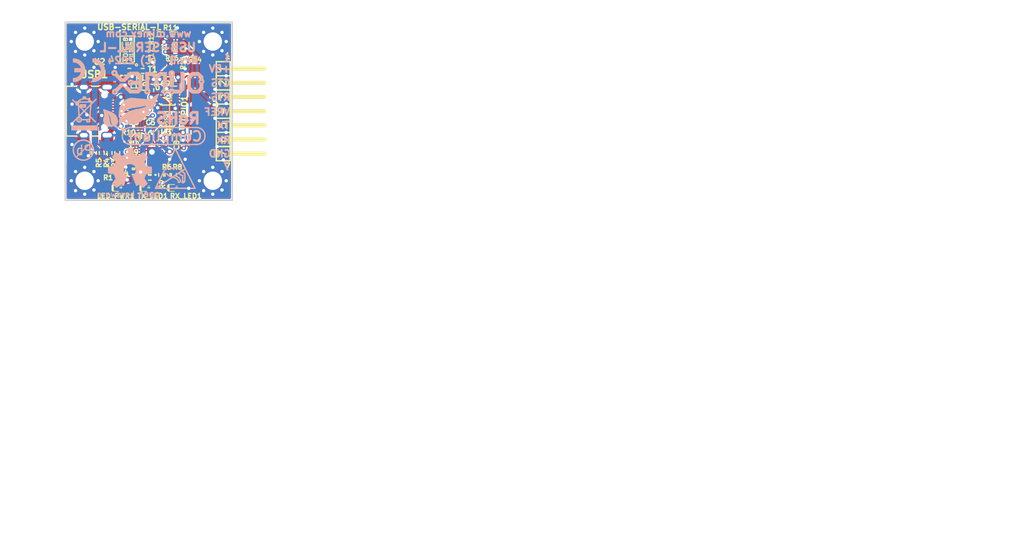
<source format=kicad_pcb>
(kicad_pcb (version 20221018) (generator pcbnew)
  (title_block (title "USB-SERIAL-L") (date "2024-02-21") (rev "B") (company "OLIMEX LTD.") (comment 1 "www.olimex.com"))
  (layers (0 "F.Cu" signal) (31 "B.Cu" signal) (34 "B.Paste" user) (35 "F.Paste" user) (36 "B.SilkS" user "B.Silkscreen") (37 "F.SilkS" user "F.Silkscreen") (38 "B.Mask" user) (39 "F.Mask" user) (44 "Edge.Cuts" user))
  (net 0 "")
  (net 1 "GND")
  (net 2 "Net-(T1-C)")
  (net 3 "/CTS")
  (net 4 "/RTS")
  (net 5 "/VREF")
  (net 6 "/TX")
  (net 7 "/RX")
  (net 8 "+3.3V")
  (net 9 "+5V_USB")
  (net 10 "Net-(U5-VBUS)")
  (net 11 "Net-(TX_LED1-K)")
  (net 12 "/TX_LED")
  (net 13 "Net-(RX_LED1-K)")
  (net 14 "/RX_LED")
  (net 15 "Net-(U1-VBUS)")
  (net 19 "Net-(U1-~{RST})")
  (net 20 "Net-(LED_PWR1-K)")
  (net 21 "Net-(U1-CLK{slash}GPIO0)")
  (net 22 "Net-(U1-RS485{slash}GPIO1)")
  (net 23 "Net-(USB1-CC2)")
  (net 24 "Net-(USB1-CC1)")
  (net 25 "Net-(U2-+IN)")
  (net 26 "Net-(U2--IN)")
  (net 27 "Net-(U2-VOUT)")
  (net 28 "Net-(T1-B)")
  (net 29 "/D+")
  (net 30 "/D-")
  (net 34 "/CTS_3V3")
  (net 35 "/RTS_3V3")
  (net 36 "/RX_3V3")
  (net 37 "/TX_3V3")
  (footprint "OLIMEX_RLC-FP:R_0402_5MIL_DWS" (layer "F.Cu") (at 109.347 111.506 90)
    (fp_text reference "R2")
    (fp_text value "2.2k/R0402")
  )
  (footprint "OLIMEX_IC-FP:SOIC-8_150mil" (layer "F.Cu") (at 111.125 92.964 90)
    (fp_text reference "U2")
    (fp_text value "MCP6041-I/SN")
  )
  (footprint "OLIMEX_Diodes-FP:SOT-666" (layer "F.Cu") (at 112.014 104.14 180)
    (fp_text reference "U5")
    (fp_text value "USBLC6-2P6")
  )
  (footprint "OLIMEX_Connectors-FP:HN1x7(SMD)_H-WX-1x7-LF" (layer "F.Cu") (at 124 104 -90)
    (fp_text reference "GPIO1")
    (fp_text value "HN1x7(SMD)_H-WX-1x7-LF")
  )
  (footprint "OLIMEX_RLC-FP:C_0402_5MIL_DWS" (layer "F.Cu") (at 119.761 99.06 180)
    (fp_text reference "C9")
    (fp_text value "100nF/10V/20%/X5R/C0402")
  )
  (footprint "OLIMEX_RLC-FP:R_0603_5MIL_DWS" (layer "F.Cu") (at 118.872 92.456 -90)
    (fp_text reference "R16")
    (fp_text value "22K/R0603")
  )
  (footprint "OLIMEX_Other-FP:Mounting_hole_Shield_3.3mm" (layer "F.Cu") (at 103.5 116.5)
    (fp_text reference "Mount-Hole-3.3mm1" hide)
    (fp_text value "Mounting_hole_Shield_3.3mm" hide)
  )
  (footprint "OLIMEX_RLC-FP:R_0402_5MIL_DWS" (layer "F.Cu") (at 119.253 90.17 180)
    (fp_text reference "R11")
    (fp_text value "1k/R0402")
  )
  (footprint "OLIMEX_RLC-FP:R_0402_5MIL_DWS" (layer "F.Cu") (at 106.553 111.506 90)
    (fp_text reference "R4")
    (fp_text value "5.1k/1%/R0402")
  )
  (footprint "OLIMEX_IC-FP:QFN-20-1EP_3x3mm_P0.5mm_EP1.8x1.8mm" (layer "F.Cu") (at 115.574 111.328 -90)
    (fp_text reference "U1")
    (fp_text value "CP2102N-QFN20")
  )
  (footprint "OLIMEX_IC-FP:VSSOP-8_Pitch-0.50mm_Pad-0.25mm_Dimensions-2.30x2.00x1.00mm" (layer "F.Cu") (at 118.515 105.41 90)
    (fp_text reference "U3")
    (fp_text value "SN74AXC2T45DCUR")
  )
  (footprint "OLIMEX_LEDs-FP:LED_0603_KA" (layer "F.Cu") (at 110 117.75)
    (fp_text reference "LED_PWR1")
    (fp_text value "LED/YELLOW/0603")
  )
  (footprint "OLIMEX_Other-FP:Fiducial1x3_Paste" (layer "F.Cu") (at 121.92 115.57)
    (fp_text reference "FID3" hide)
    (fp_text value "Fiducial" hide)
  )
  (footprint "OLIMEX_IC-FP:VSSOP-8_Pitch-0.50mm_Pad-0.25mm_Dimensions-2.30x2.00x1.00mm" (layer "F.Cu") (at 118.515 101.6 -90)
    (fp_text reference "U4")
    (fp_text value "SN74AXC2T45DCUR")
  )
  (footprint "OLIMEX_Other-FP:Mounting_hole_Shield_3.3mm" (layer "F.Cu") (at 126.5 91.5)
    (fp_text reference "Mount-Hole-3.3mm3" hide)
    (fp_text value "Mounting_hole_Shield_3.3mm" hide)
  )
  (footprint "OLIMEX_RLC-FP:R_0402_5MIL_DWS" (layer "F.Cu") (at 118.364 115.443 -90)
    (fp_text reference "R6")
    (fp_text value "10k/1%/R0402")
  )
  (footprint "OLIMEX_RLC-FP:C_0402_5MIL_DWS" (layer "F.Cu") (at 115.316 107.315 180)
    (fp_text reference "C5")
    (fp_text value "100nF/10V/20%/X5R/C0402")
  )
  (footprint "OLIMEX_RLC-FP:R_0603_5MIL_DWS" (layer "F.Cu") (at 120.777 92.583 90)
    (fp_text reference "R15")
    (fp_text value "300R/R0603/5%")
  )
  (footprint "OLIMEX_RLC-FP:R_0402_5MIL_DWS" (layer "F.Cu") (at 111.76 110.109 180)
    (fp_text reference "R9")
    (fp_text value "10k/R0402")
  )
  (footprint "OLIMEX_RLC-FP:R_0402_5MIL_DWS" (layer "F.Cu") (at 109.474 115.951)
    (fp_text reference "R1")
    (fp_text value "2.2k/R0402")
  )
  (footprint "OLIMEX_RLC-FP:R_0603_5MIL_DWS" (layer "F.Cu") (at 122.301 92.583 90)
    (fp_text reference "R14")
    (fp_text value "300R/R0603/5%")
  )
  (footprint "OLIMEX_Other-FP:Mounting_hole_Shield_3.3mm" (layer "F.Cu") (at 126.5 116.5)
    (fp_text reference "Mount-Hole-3.3mm2" hide)
    (fp_text value "Mounting_hole_Shield_3.3mm" hide)
  )
  (footprint "OLIMEX_RLC-FP:C_0402_5MIL_DWS" (layer "F.Cu") (at 120.015 108.204 -90)
    (fp_text reference "C8")
    (fp_text value "100nF/10V/20%/X5R/C0402")
  )
  (footprint "OLIMEX_RLC-FP:R_0603_5MIL_DWS" (layer "F.Cu") (at 116.713 92.456 -90)
    (fp_text reference "R17")
    (fp_text value "NA(22K/R0603)")
  )
  (footprint "OLIMEX_RLC-FP:C_0402_5MIL_DWS" (layer "F.Cu") (at 115.443 100.203 90)
    (fp_text reference "C6")
    (fp_text value "100nF/10V/20%/X5R/C0402")
  )
  (footprint "OLIMEX_RLC-FP:C_0402_5MIL_DWS" (layer "F.Cu") (at 115.189 115.951)
    (fp_text reference "C1")
    (fp_text value "4.7uF/X5R/20%/10V/C0402")
  )
  (footprint "OLIMEX_RLC-FP:C_0402_5MIL_DWS" (layer "F.Cu") (at 111.506 96.774)
    (fp_text reference "C7")
    (fp_text value "100nF/10V/20%/X5R/C0402")
  )
  (footprint "OLIMEX_Other-FP:Mounting_hole_Shield_3.3mm" (layer "F.Cu") (at 103.5 91.5)
    (fp_text reference "Mount-Hole-3.3mm4" hide)
    (fp_text value "Mounting_hole_Shield_3.3mm" hide)
  )
  (footprint "OLIMEX_RLC-FP:R_0402_5MIL_DWS" (layer "F.Cu") (at 113.919 96.774)
    (fp_text reference "R13")
    (fp_text value "1k/R0402")
  )
  (footprint "OLIMEX_RLC-FP:R_0402_5MIL_DWS" (layer "F.Cu") (at 119.507 115.443 -90)
    (fp_text reference "R8")
    (fp_text value "1k/R0402")
  )
  (footprint "OLIMEX_RLC-FP:C_0402_5MIL_DWS" (layer "F.Cu") (at 112.268 114.935 180)
    (fp_text reference "C4")
    (fp_text value "100nF/10V/20%/X5R/C0402")
  )
  (footprint "OLIMEX_Other-FP:Fiducial1x3" (layer "F.Cu") (at 122.174 89.662)
    (fp_text reference "FID2" hide)
    (fp_text value "Fiducial" hide)
  )
  (footprint "OLIMEX_Connectors-FP:USB2.0_TYPE-C(A40-00119-A52-12)_Paste" (layer "F.Cu") (at 104.5 104 180)
    (fp_text reference "USB1")
    (fp_text value "USB-C-16P-F(A40-00119-A52-12)")
  )
  (footprint "OLIMEX_Other-FP:Fiducial1x3_Paste" (layer "F.Cu") (at 101.6 95.758)
    (fp_text reference "FID4" hide)
    (fp_text value "Fiducial" hide)
  )
  (footprint "OLIMEX_RLC-FP:R_0402_5MIL_DWS" (layer "F.Cu") (at 105.156 111.506 90)
    (fp_text reference "R5")
    (fp_text value "5.1k/1%/R0402")
  )
  (footprint "OLIMEX_LEDs-FP:LED_0603_KA" (layer "F.Cu") (at 115 117.75)
    (fp_text reference "TX_LED1")
    (fp_text value "LED/GREEN/0603")
  )
  (footprint "OLIMEX_RLC-FP:C_0402_5MIL_DWS" (layer "F.Cu") (at 115.189 114.935)
    (fp_text reference "C2")
    (fp_text value "100nF/10V/20%/X5R/C0402")
  )
  (footprint "OLIMEX_RLC-FP:R_0402_5MIL_DWS" (layer "F.Cu") (at 117.221 115.443 -90)
    (fp_text reference "R7")
    (fp_text value "4.7K/1%/R0402")
  )
  (footprint "OLIMEX_RLC-FP:C_0402_5MIL_DWS" (layer "F.Cu") (at 112.268 113.792 180)
    (fp_text reference "C3")
    (fp_text value "4.7uF/X5R/20%/10V/C0402")
  )
  (footprint "OLIMEX_LEDs-FP:LED_0603_KA" (layer "F.Cu") (at 120 117.75)
    (fp_text reference "RX_LED1")
    (fp_text value "LED/RED/0603")
  )
  (footprint "OLIMEX_RLC-FP:R_0402_5MIL_DWS" (layer "F.Cu") (at 111.76 108.966 180)
    (fp_text reference "R10")
    (fp_text value "10k/R0402")
  )
  (footprint "OLIMEX_Transistors-FP:SOT23" (layer "F.Cu") (at 118.491 96.393 180)
    (fp_text reference "T1")
    (fp_text value "BC807-40/PNP/SOT23 ")
  )
  (footprint "OLIMEX_RLC-FP:R_0402_5MIL_DWS" (layer "F.Cu") (at 107.95 111.506 90)
    (fp_text reference "R3")
    (fp_text value "2.2k/R0402")
  )
  (footprint "OLIMEX_RLC-FP:L_0805_5MIL_DWS" (layer "F.Cu") (at 112.395 101.219)
    (fp_text reference "L1")
    (fp_text value " IND/600OHM/2A/UPZ2012E-601-2R0TF/L0805")
  )
  (footprint "OLIMEX_RLC-FP:R_0402_5MIL_DWS" (layer "F.Cu") (at 116.967 90.17 180)
    (fp_text reference "R12")
    (fp_text value "1k/R0402")
  )
  (footprint "OLIMEX_Other-FP:Fiducial1x3" (layer "F.Cu") (at 101.6 112.141)
    (fp_text reference "FID1" hide)
    (fp_text value "Fiducial" hide)
  )
  (footprint "OLIMEX_Signs-FP:Logo_OLIMEX_TB" (layer "B.Cu") (at 116.459 98.806 180)
    (fp_text reference "Logo_OLIMEX_TB-Bottom" hide)
    (fp_text value "Logo_OLIMEX_TB" hide)
  )
  (footprint "OLIMEX_Signs-FP:Sign_Antistatic" (layer "B.Cu") (at 123.317 117.856 180)
    (fp_text reference "Sign_Antistatic" hide)
    (fp_text value "Sign_Antistatic" hide)
  )
  (footprint "OLIMEX_Signs-FP:Sign_OSHW_8x8" (layer "B.Cu") (at 111.633 114.681 180)
    (fp_text reference "Sign_OSHW_8x8" hide)
    (fp_text value "Sign_OSHW_8x8" hide)
  )
  (footprint "OLIMEX_Signs-FP:Sign_PB-Free" (layer "B.Cu") (at 103.4542 110.68304)
    (fp_text reference "Sign_PB-Free" hide)
    (fp_text value "Sign_PB-Free")
  )
  (footprint "OLIMEX_Signs-FP:Sign_RecycleBin_1" (layer "B.Cu") (at 105.791 107.442 180)
    (fp_text reference "Sign_RecycleBin" hide)
    (fp_text value "Sign_RecycleBin" hide)
  )
  (footprint "OLIMEX_Signs-FP:Sign_RoHS_1" (layer "B.Cu") (at 124.079 109.347 180)
    (fp_text reference "Sign_RoHS" hide)
    (fp_text value "Sign_RoHS" hide)
  )
  (footprint "OLIMEX_Signs-FP:CE_Sign" (layer "B.Cu") (at 103.251 96.647 180)
    (fp_text reference "Sign_CE" hide)
    (fp_text value "CE_Sign" hide)
  )
  (gr_line (start 130 88) (end 100 88) (stroke (width 0.254)) (layer "Edge.Cuts"))
  (gr_line (start 100 88) (end 100 120) (stroke (width 0.254)) (layer "Edge.Cuts"))
  (gr_line (start 130 88) (end 130 120) (stroke (width 0.254)) (layer "Edge.Cuts"))
  (gr_line (start 130 120) (end 100 120) (stroke (width 0.254)) (layer "Edge.Cuts"))
  (gr_text "USB-SERIAL-L" (at 114.8588 92.5576) (layer "B.SilkS") (effects (font (size 1.524 1.524) (thickness 0.381) bold) (justify mirror)))
  (gr_text "www.olimex.com" (at 114.935 90.043) (layer "B.SilkS") (effects (font (size 1.27 1.27) (thickness 0.3175) bold) (justify mirror)))
  (gr_text "Rev.B" (at 121.285 94.869) (layer "B.SilkS") (effects (font (size 1.27 1.27) (thickness 0.3175) bold) (justify mirror)))
  (gr_text "(C) 2024" (at 112.014 94.869) (layer "B.SilkS") (effects (font (size 1.27 1.27) (thickness 0.3175) bold) (justify mirror)))
  (gr_text "RTS" (at 127.889 101.473) (layer "B.SilkS") (effects (font (size 1.27 1.27) (thickness 0.3048) bold) (justify mirror)))
  (gr_text "1" (at 129.032 94.488) (layer "B.SilkS") (effects (font (size 1.27 1.27) (thickness 0.3048) bold) (justify mirror)))
  (gr_text "7" (at 129.032 113.919) (layer "B.SilkS") (effects (font (size 1.27 1.27) (thickness 0.3048) bold) (justify mirror)))
  (gr_text "RX" (at 128.397 109.22) (layer "B.SilkS") (effects (font (size 1.27 1.27) (thickness 0.3048) bold) (justify mirror)))
  (gr_text "TX" (at 128.397 106.553) (layer "B.SilkS") (effects (font (size 1.27 1.27) (thickness 0.3048) bold) (justify mirror)))
  (gr_text "CTS" (at 127.889 98.933) (layer "B.SilkS") (effects (font (size 1.27 1.27) (thickness 0.3048) bold) (justify mirror)))
  (gr_text "GND" (at 127.762 111.633) (layer "B.SilkS") (effects (font (size 1.27 1.27) (thickness 0.3048) bold) (justify mirror)))
  (gr_text "VREF" (at 127.254 104.14) (layer "B.SilkS") (effects (font (size 1.27 1.27) (thickness 0.3048) bold) (justify mirror)))
  (gr_text "+5V" (at 127.762 96.393) (layer "B.SilkS") (effects (font (size 1.27 1.27) (thickness 0.3048) bold) (justify mirror)))
  (gr_text "1" (at 129.159 94.107) (layer "F.SilkS") (effects (font (size 1.016 1.016) (thickness 0.254) bold)))
  (gr_text "7" (at 129.159 113.919) (layer "F.SilkS") (effects (font (size 1.016 1.016) (thickness 0.254) bold)))
  (gr_text "USB-SERIAL-L" (at 111.506 88.9) (layer "F.SilkS") (effects (font (size 1.016 1.016) (thickness 0.254) bold)))
  (segment (start 108.168 100.675) (end 107.53 100.037) (width 0.4064) (layer "F.Cu") (net 1))
  (segment (start 123.893 91.694) (end 122.301 91.694) (width 1.016) (layer "F.Cu") (net 1))
  (segment (start 115.574 111.328) (end 115.324 111.078) (width 0.254) (layer "F.Cu") (net 1))
  (segment (start 111.125 108.966) (end 110.617 109.474) (width 0.4064) (layer "F.Cu") (net 1))
  (segment (start 110.617 109.601) (end 111.125 110.109) (width 0.4064) (layer "F.Cu") (net 1))
  (segment (start 119.126 103.124) (end 119.507 103.505) (width 0.254) (layer "F.Cu") (net 1))
  (segment (start 124 111.62) (end 122.4912 111.62) (width 0.254) (layer "F.Cu") (net 1))
  (segment (start 111.506 114.046) (end 110.871 114.046) (width 0.762) (layer "F.Cu") (net 1))
  (segment (start 119.773 104.66) (end 120.015 104.66) (width 0.254) (layer "F.Cu") (net 1))
  (segment (start 115.443 99.695) (end 115.189 99.695) (width 0.4064) (layer "F.Cu") (net 1))
  (segment (start 118.999 99.06) (end 118.237 99.822) (width 0.508) (layer "F.Cu") (net 1))
  (segment (start 119.888 88.773) (end 120.142 89.027) (width 0.508) (layer "F.Cu") (net 1))
  (segment (start 122.3645 111.8235) (end 122.428 111.887) (width 1.016) (layer "F.Cu") (net 1))
  (segment (start 116.8065 102.35) (end 117.015 102.35) (width 0.254) (layer "F.Cu") (net 1))
  (segment (start 115.189 99.695) (end 114.681 100.203) (width 0.4064) (layer "F.Cu") (net 1))
  (segment (start 117.983 99.695) (end 118.237 99.949) (width 0.508) (layer "F.Cu") (net 1))
  (segment (start 115.324 111.078) (end 113.999 111.078) (width 0.254) (layer "F.Cu") (net 1))
  (segment (start 108.194 107.325) (end 107.53 107.989) (width 0.4064) (layer "F.Cu") (net 1))
  (segment (start 119.761 103.505) (end 119.634 103.632) (width 0.254) (layer "F.Cu") (net 1))
  (segment (start 113.919 89.535) (end 114.681 88.773) (width 0.508) (layer "F.Cu") (net 1))
  (segment (start 120.384 104.66) (end 120.777 104.267) (width 0.254) (layer "F.Cu") (net 1))
  (segment (start 122.2756 110.5154) (end 121.158 109.3978) (width 0.254) (layer "F.Cu") (net 1))
  (segment (start 111.76 113.792) (end 111.506 114.046) (width 0.508) (layer "F.Cu") (net 1))
  (segment (start 115.316 106.172) (end 114.808 106.68) (width 0.508) (layer "F.Cu") (net 1))
  (segment (start 122.2756 111.4044) (end 122.2756 110.5154) (width 0.254) (layer "F.Cu") (net 1))
  (segment (start 114.046 104.14) (end 112.824 104.14) (width 0.254) (layer "F.Cu") (net 1))
  (segment (start 122.568 111.62) (end 124 111.62) (width 1.016) (layer "F.Cu") (net 1))
  (segment (start 114.808 106.68) (end 114.808 107.315) (width 0.508) (layer "F.Cu") (net 1))
  (segment (start 119.126 102.35) (end 119.126 101.092) (width 0.254) (layer "F.Cu") (net 1))
  (segment (start 112.014 96.774) (end 112.014 97.79) (width 0.508) (layer "F.Cu") (net 1))
  (segment (start 117.4115 116.9035) (end 117.5385 116.9035) (width 0.4064) (layer "F.Cu") (net 1))
  (segment (start 106.4054 119.4054) (end 120.6246 119.4054) (width 0.254) (layer "F.Cu") (net 1))
  (segment (start 116.205 115.443) (end 115.697 114.935) (width 0.4064) (layer "F.Cu") (net 1))
  (segment (start 108.432 107.075) (end 108.692 107.335) (width 0.3048) (layer "F.Cu") (net 1))
  (segment (start 119.634 103.632) (end 119.634 104.521) (width 0.254) (layer "F.Cu") (net 1))
  (segment (start 118.237 99.822) (end 118.237 99.949) (width 0.508) (layer "F.Cu") (net 1))
  (segment (start 108.432 107.325) (end 108.194 107.325) (width 0.3048) (layer "F.Cu") (net 1))
  (segment (start 108.70475 100.65225) (end 107.7325 99.68) (width 0.4064) (layer "F.Cu") (net 1))
  (segment (start 111.125 110.109) (end 111.252 110.109) (width 0.4064) (layer "F.Cu") (net 1))
  (segment (start 119.761 103.505) (end 119.634 103.378) (width 0.254) (layer "F.Cu") (net 1))
  (segment (start 110.617 109.474) (end 110.617 109.601) (width 0.4064) (layer "F.Cu") (net 1))
  (segment (start 107.2642 111.4298) (end 107.2642 110.5662) (width 0.254) (layer "F.Cu") (net 1))
  (segment (start 119.126 102.35) (end 119.126 103.124) (width 0.254) (layer "F.Cu") (net 1))
  (segment (start 106.553 112.014) (end 105.156 112.014) (width 0.508) (layer "F.Cu") (net 1))
  (segment (start 120.4214 91.3384) (end 120.4214 89.3064) (width 0.3048) (layer "F.Cu") (net 1))
  (segment (start 120.777 104.267) (end 120.777 103.759) (width 0.254) (layer "F.Cu") (net 1))
  (segment (start 120.777 91.694) (end 120.4214 91.3384) (width 0.3048) (layer "F.Cu") (net 1))
  (segment (start 115.574 111.328) (end 116.324 112.078) (width 0.254) (layer "F.Cu") (net 1))
  (segment (start 120.015 102.35) (end 119.126 102.35) (width 0.254) (layer "F.Cu") (net 1))
  (segment (start 122.428 111.887) (end 122.428 113.03) (width 1.016) (layer "F.Cu") (net 1))
  (segment (start 117.149 112.078) (end 118.174 112.078) (width 0.254) (layer "F.Cu") (net 1))
  (segment (start 117.463 102.35) (end 117.729 102.616) (width 0.254) (layer "F.Cu") (net 1))
  (segment (start 105.151 118.151) (end 106.4054 119.4054) (width 0.254) (layer "F.Cu") (net 1))
  (segment (start 120.777 91.694) (end 122.301 91.694) (width 1.016) (layer "F.Cu") (net 1))
  (segment (start 119.634 102.35) (end 120.015 102.35) (width 0.254) (layer "F.Cu") (net 1))
  (segment (start 119.507 103.505) (end 119.761 103.505) (width 0.254) (layer "F.Cu") (net 1))
  (segment (start 116.324 112.078) (end 117.149 112.078) (width 0.254) (layer "F.Cu") (net 1))
  (segment (start 112.094 111.078) (end 111.252 110.236) (width 0.254) (layer "F.Cu") (net 1))
  (segment (start 120.777 102.743) (end 120.777 103.759) (width 0.254) (layer "F.Cu") (net 1))
  (segment (start 113.625 91.059) (end 111.76 91.059) (width 0.508) (layer "F.Cu") (net 1))
  (segment (start 107.53 100.037) (end 107.53 99.68) (width 0.3048) (layer "F.Cu") (net 1))
  (segment (start 126.873 110.363) (end 125.616 111.62) (width 1.016) (layer "F.Cu") (net 1))
  (segment (start 121.158 109.22) (end 120.015 109.22) (width 0.508) (layer "F.Cu") (net 1))
  (segment (start 116.5839 103.3801) (end 116.5839 104.5189) (width 0.254) (layer "F.Cu") (net 1))
  (segment (start 117.729 104.394) (end 117.729 103.759) (width 0.254) (layer "F.Cu") (net 1))
  (segment (start 120.4214 89.3064) (end 120.142 89.027) (width 0.3048) (layer "F.Cu") (net 1))
  (segment (start 108.692 107.335) (end 107.707 108.32) (width 0.4064) (layer "F.Cu") (net 1))
  (segment (start 116.5839 103.3801) (end 116.5839 102.5726) (width 0.254) (layer "F.Cu") (net 1))
  (segment (start 116.205 115.443) (end 115.697 115.951) (width 0.4064) (layer "F.Cu") (net 1))
  (segment (start 119.634 103.378) (end 119.634 102.35) (width 0.254) (layer "F.Cu") (net 1))
  (segment (start 111.252 108.966) (end 111.125 108.966) (width 0.4064) (layer "F.Cu") (net 1))
  (segment (start 106.553 112.014) (end 106.68 112.014) (width 0.254) (layer "F.Cu") (net 1))
  (segment (start 118.364 116.078) (end 118.364 115.951) (width 0.4064) (layer "F.Cu") (net 1))
  (segment (start 121.539 112.649) (end 122.568 111.62) (width 1.016) (layer "F.Cu") (net 1))
  (segment (start 107.707 108.32) (end 107.53 108.32) (width 0.3048) (layer "F.Cu") (net 1))
  (segment (start 116.725 104.66) (end 117.015 104.66) (width 0.254) (layer "F.Cu") (net 1))
  (segment (start 117.729 102.616) (end 117.729 103.251) (width 0.254) (layer "F.Cu") (net 1))
  (segment (start 122.4912 111.62) (end 122.2756 111.4044) (width 0.254) (layer "F.Cu") (net 1))
  (segment (start 107.53 107.989) (end 107.53 108.32) (width 0.3048) (layer "F.Cu") (net 1))
  (segment (start 116.5839 104.5189) (end 116.725 104.66) (width 0.254) (layer "F.Cu") (net 1))
  (segment (start 114.681 88.773) (end 119.888 88.773) (width 0.508) (layer "F.Cu") (net 1))
  (segment (start 117.015 104.66) (end 117.463 104.66) (width 0.254) (layer "F.Cu") (net 1))
  (segment (start 117.015 102.35) (end 117.463 102.35) (width 0.254) (layer "F.Cu") (net 1))
  (segment (start 120.6246 119.4054) (end 122.174 117.856) (width 0.254) (layer "F.Cu") (net 1))
  (segment (start 118.174 112.078) (end 118.745 112.649) (width 0.254) (layer "F.Cu") (net 1))
  (segment (start 115.443 99.695) (end 117.983 99.695) (width 0.508) (layer "F.Cu") (net 1))
  (segment (start 120.015 109.22) (end 120.015 108.712) (width 0.508) (layer "F.Cu") (net 1))
  (segment (start 121.539 112.649) (end 122.3645 111.8235) (width 1.016) (layer "F.Cu") (net 1))
  (segment (start 104.14 112.014) (end 105.156 112.014) (width 0.508) (layer "F.Cu") (net 1))
  (segment (start 127.254 110.363) (end 126.873 110.363) (width 1.016) (layer "F.Cu") (net 1))
  (segment (start 108.432 100.675) (end 108.168 100.675) (width 0.3048) (layer "F.Cu") (net 1))
  (segment (start 106.68 112.014) (end 107.2642 111.4298) (width 0.254) (layer "F.Cu") (net 1))
  (segment (start 117.5385 116.9035) (end 118.364 116.078) (width 0.4064) (layer "F.Cu") (net 1))
  (segment (start 111.252 110.236) (end 111.252 110.109) (width 0.254) (layer "F.Cu") (net 1))
  (segment (start 120.015 104.66) (end 120.384 104.66) (width 0.254) (layer "F.Cu") (net 1))
  (segment (start 116.5839 102.5726) (end 116.8065 102.35) (width 0.254) (layer "F.Cu") (net 1))
  (segment (start 119.253 99.06) (end 118.999 99.06) (width 0.508) (layer "F.Cu") (net 1))
  (segment (start 120.384 102.35) (end 120.777 102.743) (width 0.254) (layer "F.Cu") (net 1))
  (segment (start 120.015 102.35) (end 120.384 102.35) (width 0.254) (layer "F.Cu") (net 1))
  (segment (start 125.616 111.62) (end 124 111.62) (width 1.016) (layer "F.Cu") (net 1))
  (segment (start 107.7325 99.68) (end 107.53 99.68) (width 0.3048) (layer "F.Cu") (net 1))
  (segment (start 124.087 91.5) (end 123.893 91.694) (width 1.016) (layer "F.Cu") (net 1))
  (segment (start 113.999 111.078) (end 112.094 111.078) (width 0.254) (layer "F.Cu") (net 1))
  (segment (start 119.634 104.521) (end 119.773 104.66) (width 0.254) (layer "F.Cu") (net 1))
  (segment (start 108.432 100.925) (end 108.70475 100.65225) (width 0.3048) (layer "F.Cu") (net 1))
  (segment (start 121.158 109.3978) (end 121.158 109.22) (width 0.254) (layer "F.Cu") (net 1))
  (segment (start 117.463 104.66) (end 117.729 104.394) (width 0.254) (layer "F.Cu") (net 1))
  (segment (start 111.76 113.792) (end 111.76 114.935) (width 0.508) (layer "F.Cu") (net 1))
  (via (at 119.761 103.505) (size 1) (drill 0.6) (layers "F.Cu" "B.Cu") (net 1))
  (via (at 116.205 115.443) (size 0.8) (drill 0.4) (layers "F.Cu" "B.Cu") (net 1))
  (via (at 126.873 100.076) (size 1) (drill 0.6) (layers "F.Cu" "B.Cu") (net 1))
  (via (at 113.919 89.535) (size 0.8) (drill 0.4) (layers "F.Cu" "B.Cu") (net 1))
  (via (at 110.617 109.474) (size 0.8) (drill 0.4) (layers "F.Cu" "B.Cu") (net 1))
  (via (at 109.855 89.535) (size 0.8) (drill 0.4) (layers "F.Cu" "B.Cu") (net 1))
  (via (at 128.397 112.776) (size 1) (drill 0.6) (layers "F.Cu" "B.Cu") (net 1))
  (via (at 112.268 106.68) (size 1) (drill 0.6) (layers "F.Cu" "B.Cu") (net 1))
  (via (at 114.046 104.14) (size 0.8) (drill 0.4) (layers "F.Cu" "B.Cu") (net 1))
  (via (at 122.174 117.856) (size 1) (drill 0.6) (layers "F.Cu" "B.Cu") (net 1))
  (via (at 106.553 104.775) (size 1) (drill 0.6) (layers "F.Cu" "B.Cu") (net 1))
  (via (at 120.142 89.027) (size 1) (drill 0.6) (layers "F.Cu" "B.Cu") (net 1))
  (via (at 118.237 99.949) (size 1) (drill 0.6) (layers "F.Cu" "B.Cu") (net 1))
  (via (at 117.4115 116.9035) (size 0.8) (drill 0.4) (layers "F.Cu" "B.Cu") (net 1))
  (via (at 121.539 112.649) (size 1) (drill 0.6) (layers "F.Cu" "B.Cu") (net 1))
  (via (at 126.873 105.283) (size 1) (drill 0.6) (layers "F.Cu" "B.Cu") (net 1))
  (via (at 101.219 109.982) (size 1) (drill 0.6) (layers "F.Cu" "B.Cu") (net 1))
  (via (at 110.871 114.046) (size 1) (drill 0.6) (layers "F.Cu" "B.Cu") (net 1))
  (via (at 112.014 97.79) (size 1) (drill 0.6) (layers "F.Cu" "B.Cu") (net 1))
  (via (at 128.905 107.823) (size 1) (drill 0.6) (layers "F.Cu" "B.Cu") (net 1))
  (via (at 116.5839 103.3801) (size 1) (drill 0.6) (layers "F.Cu" "B.Cu") (net 1))
  (via (at 127.254 110.363) (size 1) (drill 0.6) (layers "F.Cu" "B.Cu") (net 1))
  (via (at 121.158 109.22) (size 1) (drill 0.6) (layers "F.Cu" "B.Cu") (net 1))
  (via (at 108.966 96.139) (size 1) (drill 0.6) (layers "F.Cu" "B.Cu") (net 1))
  (via (at 101.219 99.187) (size 1) (drill 0.6) (layers "F.Cu" "B.Cu") (net 1))
  (via (at 128.905 97.663) (size 1) (drill 0.6) (layers "F.Cu" "B.Cu") (net 1))
  (via (at 101.219 102.743) (size 1) (drill 0.6) (layers "F.Cu" "B.Cu") (net 1))
  (via (at 118.745 112.649) (size 1) (drill 0.6) (layers "F.Cu" "B.Cu") (net 1))
  (via (at 115.697 95.25) (size 1) (drill 0.6) (layers "F.Cu" "B.Cu") (net 1))
  (via (at 111.76 91.059) (size 1) (drill 0.6) (layers "F.Cu" "B.Cu") (net 1))
  (via (at 105.156 96.139) (size 1) (drill 0.6) (layers "F.Cu" "B.Cu") (net 1))
  (via (at 103.886 104.648) (size 1) (drill 0.6) (layers "F.Cu" "B.Cu") (net 1))
  (via (at 101.219 106.299) (size 1) (drill 0.6) (layers "F.Cu" "B.Cu") (net 1))
  (via (at 104.14 112.014) (size 1) (drill 0.6) (layers "F.Cu" "B.Cu") (net 1))
  (via (at 128.905 102.616) (size 1) (drill 0.6) (layers "F.Cu" "B.Cu") (net 1))
  (via (at 115.316 106.172) (size 0.8) (drill 0.4) (layers "F.Cu" "B.Cu") (net 1))
  (segment (start 115.574 111.328) (end 116.662 111.328) (width 1.524) (layer "B.Cu") (net 1))
  (segment (start 118.237 99.949) (end 113.284 99.949) (width 1.016) (layer "B.Cu") (net 1))
  (segment (start 113.284 104.14) (end 113.284 101.727) (width 1.016) (layer "B.Cu") (net 1))
  (segment (start 121.539 112.649) (end 118.745 112.649) (width 1.016) (layer "B.Cu") (net 1))
  (segment (start 103.35 108.32) (end 103.35 99.68) (width 1.016) (layer "B.Cu") (net 1))
  (segment (start 120.904 114.935) (end 120.904 117.221) (width 1.016) (layer "B.Cu") (net 1))
  (segment (start 116.5839 103.3801) (end 116.84 103.6362) (width 0.508) (layer "B.Cu") (net 1))
  (segment (start 107.442 114.681) (end 103.35 110.589) (width 1.016) (layer "B.Cu") (net 1))
  (segment (start 107.53 108.32) (end 107.53 110.197) (width 1.016) (layer "B.Cu") (net 1))
  (segment (start 120.904 117.221) (end 119.38 118.745) (width 1.016) (layer "B.Cu") (net 1))
  (segment (start 112.014 98.679) (end 112.014 97.79) (width 1.016) (layer "B.Cu") (net 1))
  (segment (start 119.126 99.949) (end 119.761 100.584) (width 1.016) (layer "B.Cu") (net 1))
  (segment (start 109.855 109.093) (end 112.268 106.68) (width 1.016) (layer "B.Cu") (net 1))
  (segment (start 112.014 97.79) (end 112.014 91.313) (width 1.016) (layer "B.Cu") (net 1))
  (segment (start 103.35 99.68) (end 103.35 97.691) (width 1.016) (layer "B.Cu") (net 1))
  (segment (start 117.4115 116.9035) (end 116.713 116.205) (width 1.016) (layer "B.Cu") (net 1))
  (segment (start 116.662 111.328) (end 117.856 112.522) (width 1.524) (layer "B.Cu") (net 1))
  (segment (start 116.84 105.029) (end 115.697 106.172) (width 0.508) (layer "B.Cu") (net 1))
  (segment (start 120.777 112.649) (end 121.539 112.649) (width 1.016) (layer "B.Cu") (net 1))
  (segment (start 119.38 118.745) (end 109.474 118.745) (width 1.016) (layer "B.Cu") (net 1))
  (segment (start 112.268 105.156) (end 112.268 106.68) (width 1.016) (layer "B.Cu") (net 1))
  (segment (start 115.574 112.907) (end 115.574 111.328) (width 1.524) (layer "B.Cu") (net 1))
  (segment (start 116.713 116.205) (end 113.03 116.205) (width 1.016) (layer "B.Cu") (net 1))
  (segment (start 119.761 110.236) (end 120.0912 110.5662) (width 1.016) (layer "B.Cu") (net 1))
  (segment (start 115.6928 102.489) (end 114.935 102.489) (width 0.508) (layer "B.Cu") (net 1))
  (segment (start 103.35 110.589) (end 103.35 108.32) (width 1.016) (layer "B.Cu") (net 1))
  (segment (start 112.268 105.156) (end 113.284 104.14) (width 1.016) (layer "B.Cu") (net 1))
  (segment (start 112.014 91.313) (end 111.76 91.059) (width 1.016) (layer "B.Cu") (net 1))
  (segment (start 116.84 114.173) (end 115.574 112.907) (width 1.016) (layer "B.Cu") (net 1))
  (segment (start 113.284 99.949) (end 112.014 98.679) (width 1.016) (layer "B.Cu") (net 1))
  (segment (start 118.237 99.949) (end 119.126 99.949) (width 1.016) (layer "B.Cu") (net 1))
  (segment (start 109.474 118.745) (end 107.442 116.713) (width 1.016) (layer "B.Cu") (net 1))
  (segment (start 109.982 91.059) (end 111.76 91.059) (width 1.016) (layer "B.Cu") (net 1))
  (segment (start 109.855 113.03) (end 109.855 109.093) (width 1.016) (layer "B.Cu") (net 1))
  (segment (start 107.53 99.68) (end 109.332 99.68) (width 1.016) (layer "B.Cu") (net 1))
  (segment (start 115.697 106.172) (end 115.316 106.172) (width 0.508) (layer "B.Cu") (net 1))
  (segment (start 121.539 114.3) (end 120.904 114.935) (width 1.016) (layer "B.Cu") (net 1))
  (segment (start 120.0912 111.9632) (end 120.777 112.649) (width 1.016) (layer "B.Cu") (net 1))
  (segment (start 114.173 101.727) (end 113.284 101.727) (width 0.508) (layer "B.Cu") (net 1))
  (segment (start 120.0912 110.5662) (end 120.0912 111.9632) (width 1.016) (layer "B.Cu") (net 1))
  (segment (start 114.046 104.14) (end 113.284 104.14) (width 0.762) (layer "B.Cu") (net 1))
  (segment (start 119.761 100.584) (end 119.761 110.236) (width 1.016) (layer "B.Cu") (net 1))
  (segment (start 116.84 103.6362) (end 116.84 105.029) (width 0.508) (layer "B.Cu") (net 1))
  (segment (start 116.5839 103.3801) (end 115.6928 102.489) (width 0.508) (layer "B.Cu") (net 1))
  (segment (start 109.332 99.68) (end 109.728 100.076) (width 1.016) (layer "B.Cu") (net 1))
  (segment (start 114.935 102.489) (end 114.173 101.727) (width 0.508) (layer "B.Cu") (net 1))
  (segment (start 107.442 116.713) (end 107.442 114.681) (width 1.016) (layer "B.Cu") (net 1))
  (segment (start 113.03 116.205) (end 109.855 113.03) (width 1.016) (layer "B.Cu") (net 1))
  (segment (start 103.35 97.691) (end 109.982 91.059) (width 1.016) (layer "B.Cu") (net 1))
  (segment (start 121.539 112.649) (end 121.539 114.3) (width 1.016) (layer "B.Cu") (net 1))
  (segment (start 113.284 101.727) (end 113.284 99.949) (width 1.016) (layer "B.Cu") (net 1))
  (segment (start 120.777 93.726) (end 119.59336 94.90964) (width 1.016) (layer "F.Cu") (net 2))
  (segment (start 120.142 92.837) (end 119.8118 92.5068) (width 0.254) (layer "F.Cu") (net 2))
  (segment (start 121.031 107.696) (end 120.015 107.696) (width 0.508) (layer "F.Cu") (net 2))
  (segment (start 120.269 99.06) (end 120.269 100.711) (width 0.508) (layer "F.Cu") (net 2))
  (segment (start 120.015 107.696) (end 120.015 106.299) (width 0.508) (layer "F.Cu") (net 2))
  (segment (start 120.142 92.837) (end 120.777 93.472) (width 0.508) (layer "F.Cu") (net 2))
  (segment (start 120.269 97.536) (end 120.269 97.917) (width 1.016) (layer "F.Cu") (net 2))
  (segment (start 120.269 97.917) (end 120.269 99.06) (width 0.508) (layer "F.Cu") (net 2))
  (segment (start 121.158 107.823) (end 121.031 107.696) (width 0.508) (layer "F.Cu") (net 2))
  (segment (start 119.59336 96.39046) (end 119.59336 96.86036) (width 1.016) (layer "F.Cu") (net 2))
  (segment (start 119.59336 94.90964) (end 119.59336 96.39046) (width 1.016) (layer "F.Cu") (net 2))
  (segment (start 119.8118 92.5068) (end 119.8118 90.6018) (width 0.254) (layer "F.Cu") (net 2))
  (segment (start 119.761 90.551) (end 119.761 90.17) (width 0.508) (layer "F.Cu") (net 2))
  (segment (start 120.777 93.472) (end 120.777 93.726) (width 1.016) (layer "F.Cu") (net 2))
  (segment (start 122.301 93.472) (end 120.777 93.472) (width 1.016) (layer "F.Cu") (net 2))
  (segment (start 119.59336 96.86036) (end 120.269 97.536) (width 1.016) (layer "F.Cu") (net 2))
  (segment (start 119.8118 90.6018) (end 119.761 90.551) (width 0.254) (layer "F.Cu") (net 2))
  (segment (start 120.015 106.16) (end 120.015 106.299) (width 0.254) (layer "F.Cu") (net 2))
  (segment (start 120.13 100.85) (end 120.269 100.711) (width 0.254) (layer "F.Cu") (net 2))
  (segment (start 120.015 100.85) (end 120.13 100.85) (width 0.254) (layer "F.Cu") (net 2))
  (via (at 120.269 97.917) (size 1) (drill 0.6) (layers "F.Cu" "B.Cu") (net 2))
  (via (at 121.158 107.823) (size 1) (drill 0.6) (layers "F.Cu" "B.Cu") (net 2))
  (segment (start 121.158 98.806) (end 120.269 97.917) (width 1.016) (layer "B.Cu") (net 2))
  (segment (start 121.158 107.823) (end 121.158 98.806) (width 1.016) (layer "B.Cu") (net 2))
  (segment (start 124 98.92) (end 122.822 98.92) (width 1.016) (layer "F.Cu") (net 3))
  (segment (start 120.015 101.85) (end 121.162 101.85) (width 0.254) (layer "F.Cu") (net 3))
  (segment (start 121.666 101.346) (end 121.666 100.076) (width 0.254) (layer "F.Cu") (net 3))
  (segment (start 121.162 101.85) (end 121.666 101.346) (width 0.254) (layer "F.Cu") (net 3))
  (segment (start 121.666 100.076) (end 122.174 99.568) (width 0.254) (layer "F.Cu") (net 3))
  (segment (start 122.822 98.92) (end 122.174 99.568) (width 1.016) (layer "F.Cu") (net 3))
  (segment (start 124 101.46) (end 122.822 101.46) (width 1.016) (layer "F.Cu") (net 4))
  (segment (start 121.412 102.87) (end 122.174 102.108) (width 0.254) (layer "F.Cu") (net 4))
  (segment (start 121.027 105.16) (end 121.412 104.775) (width 0.254) (layer "F.Cu") (net 4))
  (segment (start 121.412 104.775) (end 121.412 102.87) (width 0.254) (layer "F.Cu") (net 4))
  (segment (start 122.822 101.46) (end 122.174 102.108) (width 1.016) (layer "F.Cu") (net 4))
  (segment (start 120.015 105.16) (end 121.027 105.16) (width 0.254) (layer "F.Cu") (net 4))
  (segment (start 117.729 91.567) (end 116.713 91.567) (width 0.762) (layer "F.Cu") (net 5))
  (segment (start 117.729 91.567) (end 118.872 91.567) (width 0.762) (layer "F.Cu") (net 5))
  (segment (start 126.746 102.87) (end 125.616 104) (width 1.016) (layer "F.Cu") (net 5))
  (segment (start 117.475 90.17) (end 117.475 91.313) (width 0.508) (layer "F.Cu") (net 5))
  (segment (start 125.616 104) (end 124 104) (width 1.016) (layer "F.Cu") (net 5))
  (segment (start 117.475 91.313) (end 117.729 91.567) (width 0.508) (layer "F.Cu") (net 5))
  (via (at 126.746 102.87) (size 1) (drill 0.6) (layers "F.Cu" "B.Cu") (net 5))
  (via (at 117.729 91.567) (size 1) (drill 0.6) (layers "F.Cu" "B.Cu") (net 5))
  (segment (start 123.698 94.107) (end 121.158 91.567) (width 0.508) (layer "B.Cu") (net 5))
  (segment (start 123.698 99.822) (end 123.698 94.107) (width 0.508) (layer "B.Cu") (net 5))
  (segment (start 126.746 102.87) (end 123.698 99.822) (width 0.508) (layer "B.Cu") (net 5))
  (segment (start 121.158 91.567) (end 117.729 91.567) (width 0.508) (layer "B.Cu") (net 5))
  (segment (start 120.015 105.66) (end 121.154 105.66) (width 0.254) (layer "F.Cu") (net 6))
  (segment (start 124 106.54) (end 123.759 106.299) (width 1.016) (layer "F.Cu") (net 6))
  (segment (start 123.759 106.299) (end 121.793 106.299) (width 1.016) (layer "F.Cu") (net 6))
  (segment (start 121.154 105.66) (end 121.793 106.299) (width 0.254) (layer "F.Cu") (net 6))
  (segment (start 124 109.08) (end 125.616 109.08) (width 1.016) (layer "F.Cu") (net 7))
  (segment (start 127.889 98.425) (end 127.127 97.663) (width 0.254) (layer "F.Cu") (net 7))
  (segment (start 121.031 98.425) (end 121.031 101.092) (width 0.254) (layer "F.Cu") (net 7))
  (segment (start 126.238 108.458) (end 127.889 106.807) (width 0.254) (layer "F.Cu") (net 7))
  (segment (start 120.773 101.35) (end 120.015 101.35) (width 0.254) (layer "F.Cu") (net 7))
  (segment (start 121.031 101.092) (end 120.773 101.35) (width 0.254) (layer "F.Cu") (net 7))
  (segment (start 127.889 106.807) (end 127.889 98.425) (width 0.254) (layer "F.Cu") (net 7))
  (segment (start 125.616 109.08) (end 126.238 108.458) (width 1.016) (layer "F.Cu") (net 7))
  (segment (start 127.127 97.663) (end 121.793 97.663) (width 0.254) (layer "F.Cu") (net 7))
  (segment (start 121.793 97.663) (end 121.031 98.425) (width 0.254) (layer "F.Cu") (net 7))
  (segment (start 114.07615 113.284) (end 113.665 113.284) (width 0.254) (layer "F.Cu") (net 8))
  (segment (start 118.745 111.252) (end 119.79275 111.252) (width 0.508) (layer "F.Cu") (net 8))
  (segment (start 114.324 112.578) (end 113.8865 112.578) (width 0.254) (layer "F.Cu") (net 8))
  (segment (start 114.324 112.578) (end 114.324 113.0155) (width 0.254) (layer "F.Cu") (net 8))
  (segment (start 115.443 101.473) (end 115.443 100.711) (width 0.508) (layer "F.Cu") (net 8))
  (segment (start 117.015 106.16) (end 116.725 106.16) (width 0.254) (layer "F.Cu") (net 8))
  (segment (start 114.324 113.03615) (end 114.07615 113.284) (width 0.254) (layer "F.Cu") (net 8))
  (segment (start 116.332 117.75) (end 115.762 117.75) (width 0.508) (layer "F.Cu") (net 8))
  (segment (start 112.776 113.792) (end 112.776 114.935) (width 0.508) (layer "F.Cu") (net 8))
  (segment (start 113.157 113.792) (end 113.157 114.554) (width 0.508) (layer "F.Cu") (net 8))
  (segment (start 117.983 93.345) (end 118.872 93.345) (width 0.762) (layer "F.Cu") (net 8))
  (segment (start 116.459 100.6094) (end 115.9256 100.6094) (width 0.254) (layer "F.Cu") (net 8))
  (segment (start 118.237 111.252) (end 117.911 111.578) (width 0.254) (layer "F.Cu") (net 8))
  (segment (start 115.824 107.823) (end 115.824 107.315) (width 0.508) (layer "F.Cu") (net 8))
  (segment (start 119.507 115.951) (end 120.269 115.189) (width 0.254) (layer "F.Cu") (net 8))
  (segment (start 115.57 108.077) (end 115.824 107.823) (width 0.508) (layer "F.Cu") (net 8))
  (segment (start 115.443 100.711) (end 115.582 100.85) (width 0.254) (layer "F.Cu") (net 8))
  (segment (start 115.824 107.315) (end 115.824 107.061) (width 0.508) (layer "F.Cu") (net 8))
  (segment (start 117.015 100.85) (end 116.6996 100.85) (width 0.254) (layer "F.Cu") (net 8))
  (segment (start 117.708 117.75) (end 116.332 117.75) (width 0.254) (layer "F.Cu") (net 8))
  (segment (start 118.237 111.252) (end 118.745 111.252) (width 0.508) (layer "F.Cu") (net 8))
  (segment (start 113.157 114.554) (end 113.538 114.935) (width 0.508) (layer "F.Cu") (net 8))
  (segment (start 115.443 100.711) (end 115.824 100.711) (width 0.508) (layer "F.Cu") (net 8))
  (segment (start 116.725 106.16) (end 116.586 106.299) (width 0.254) (layer "F.Cu") (net 8))
  (segment (start 120.65 117.638) (end 120.762 117.75) (width 0.508) (layer "F.Cu") (net 8))
  (segment (start 120.269 111.72825) (end 119.79275 111.252) (width 0.254) (layer "F.Cu") (net 8))
  (segment (start 120.42775 110.617) (end 119.79275 111.252) (width 0.508) (layer "F.Cu") (net 8))
  (segment (start 113.538 114.935) (end 112.776 114.935) (width 0.508) (layer "F.Cu") (net 8))
  (segment (start 120.65 117.094) (end 119.507 115.951) (width 0.254) (layer "F.Cu") (net 8))
  (segment (start 117.911 111.578) (end 117.149 111.578) (width 0.254) (layer "F.Cu") (net 8))
  (segment (start 115.582 100.85) (end 117.015 100.85) (width 0.254) (layer "F.Cu") (net 8))
  (segment (start 112.776 113.792) (end 113.157 113.792) (width 0.508) (layer "F.Cu") (net 8))
  (segment (start 115.9256 100.6094) (end 115.824 100.711) (width 0.254) (layer "F.Cu") (net 8))
  (segment (start 120.65 117.094) (end 120.65 117.638) (width 0.508) (layer "F.Cu") (net 8))
  (segment (start 116.6996 100.85) (end 116.459 100.6094) (width 0.254) (layer "F.Cu") (net 8))
  (segment (start 115.824 107.061) (end 116.586 106.299) (width 0.508) (layer "F.Cu") (net 8))
  (segment (start 113.157 113.792) (end 113.665 113.284) (width 0.6096) (layer "F.Cu") (net 8))
  (segment (start 113.8865 112.578) (end 113.863 112.578) (width 0.254) (layer "F.Cu") (net 8))
  (segment (start 119.507 115.951) (end 117.708 117.75) (width 0.254) (layer "F.Cu") (net 8))
  (segment (start 120.269 115.189) (end 120.269 111.72825) (width 0.254) (layer "F.Cu") (net 8))
  (segment (start 113.665 112.776) (end 113.665 113.284) (width 0.254) (layer "F.Cu") (net 8))
  (segment (start 114.324 113.0155) (end 114.324 113.03615) (width 0.254) (layer "F.Cu") (net 8))
  (segment (start 121.285 110.617) (end 120.42775 110.617) (width 0.508) (layer "F.Cu") (net 8))
  (segment (start 113.863 112.578) (end 113.665 112.776) (width 0.254) (layer "F.Cu") (net 8))
  (via (at 117.983 93.345) (size 0.8) (drill 0.4) (layers "F.Cu" "B.Cu") (net 8))
  (via (at 118.745 111.252) (size 1) (drill 0.6) (layers "F.Cu" "B.Cu") (net 8))
  (via (at 115.57 108.077) (size 0.8) (drill 0.4) (layers "F.Cu" "B.Cu") (net 8))
  (via (at 121.285 110.617) (size 0.8) (drill 0.4) (layers "F.Cu" "B.Cu") (net 8))
  (via (at 115.443 101.473) (size 1) (drill 0.6) (layers "F.Cu" "B.Cu") (net 8))
  (via (at 113.538 114.935) (size 1) (drill 0.6) (layers "F.Cu" "B.Cu") (net 8))
  (segment (start 116.6495 101.473) (end 117.856 102.6795) (width 1.016) (layer "B.Cu") (net 8))
  (segment (start 122.301 109.601) (end 122.301 97.5995) (width 0.3048) (layer "B.Cu") (net 8))
  (segment (start 117.856 102.6795) (end 117.856 106.68) (width 1.016) (layer "B.Cu") (net 8))
  (segment (start 122.809 94.488) (end 121.666 93.345) (width 0.3048) (layer "B.Cu") (net 8))
  (segment (start 118.5545 111.252) (end 115.951 108.6485) (width 0.762) (layer "B.Cu") (net 8))
  (segment (start 115.443 101.473) (end 116.6495 101.473) (width 1.016) (layer "B.Cu") (net 8))
  (segment (start 115.951 108.585) (end 115.951 108.458) (width 1.016) (layer "B.Cu") (net 8))
  (segment (start 115.951 108.458) (end 115.57 108.077) (width 1.016) (layer "B.Cu") (net 8))
  (segment (start 115.951 108.6485) (end 115.951 108.585) (width 0.762) (layer "B.Cu") (net 8))
  (segment (start 113.919 110.617) (end 113.919 114.554) (width 1.016) (layer "B.Cu") (net 8))
  (segment (start 121.285 110.617) (end 122.301 109.601) (width 0.3048) (layer "B.Cu") (net 8))
  (segment (start 113.919 114.554) (end 113.538 114.935) (width 1.016) (layer "B.Cu") (net 8))
  (segment (start 118.618 111.252) (end 118.5545 111.252) (width 0.762) (layer "B.Cu") (net 8))
  (segment (start 117.856 106.68) (end 113.919 110.617) (width 1.016) (layer "B.Cu") (net 8))
  (segment (start 122.809 97.0915) (end 122.809 94.488) (width 0.3048) (layer "B.Cu") (net 8))
  (segment (start 122.301 97.5995) (end 122.809 97.0915) (width 0.3048) (layer "B.Cu") (net 8))
  (segment (start 121.666 93.345) (end 117.983 93.345) (width 0.3048) (layer "B.Cu") (net 8))
  (segment (start 118.745 111.252) (end 118.618 111.252) (width 0.508) (layer "B.Cu") (net 8))
  (segment (start 114.681 116.078) (end 114.681 116.2558) (width 0.4064) (layer "F.Cu") (net 9))
  (segment (start 110.109 93.599) (end 108.625 93.599) (width 0.508) (layer "F.Cu") (net 9))
  (segment (start 114.681 114.935) (end 114.681 115.951) (width 0.508) (layer "F.Cu") (net 9))
  (segment (start 118.237 94.361) (end 118.491 94.615) (width 0.3048) (layer "F.Cu") (net 9))
  (segment (start 114.824 112.903) (end 114.824 113.649) (width 0.254) (layer "F.Cu") (net 9))
  (segment (start 110.617 99.187) (end 110.744 99.314) (width 1.016) (layer "F.Cu") (net 9))
  (segment (start 124 96.38) (end 121.552 96.38) (width 1.27) (layer "F.Cu") (net 9))
  (segment (start 113.411 101.092) (end 113.411 99.568) (width 1.524) (layer "F.Cu") (net 9))
  (segment (start 113.411 101.219) (end 113.411 101.092) (width 0.508) (layer "F.Cu") (net 9))
  (segment (start 114.824 113.649) (end 114.681 113.792) (width 0.254) (layer "F.Cu") (net 9))
  (segment (start 124 96.38) (end 122.796 96.38) (width 1.27) (layer "F.Cu") (net 9))
  (segment (start 115.1382 116.713) (end 116.205 116.713) (width 0.4064) (layer "F.Cu") (net 9))
  (segment (start 117.38356 97.3455) (end 117.5385 97.3455) (width 0.762) (layer "F.Cu") (net 9))
  (segment (start 118.491 96.393) (end 117.983 96.901) (width 0.3048) (layer "F.Cu") (net 9))
  (segment (start 114.681 116.2558) (end 115.1382 116.713) (width 0.4064) (layer "F.Cu") (net 9))
  (segment (start 114.681 115.951) (end 114.681 116.078) (width 0.508) (layer "F.Cu") (net 9))
  (segment (start 117.094 93.98) (end 117.475 94.361) (width 0.3048) (layer "F.Cu") (net 9))
  (segment (start 117.475 94.361) (end 118.237 94.361) (width 0.3048) (layer "F.Cu") (net 9))
  (segment (start 116.205 116.713) (end 116.967 115.951) (width 0.4064) (layer "F.Cu") (net 9))
  (segment (start 110.617 94.107) (end 110.109 93.599) (width 0.508) (layer "F.Cu") (net 9))
  (segment (start 117.38356 97.3455) (end 117.38356 97.88144) (width 1.016) (layer "F.Cu") (net 9))
  (segment (start 116.713 93.345) (end 116.713 93.599) (width 0.508) (layer "F.Cu") (net 9))
  (segment (start 117.38356 97.88144) (end 116.967 98.298) (width 1.016) (layer "F.Cu") (net 9))
  (segment (start 110.871 117.641) (end 110.762 117.75) (width 0.508) (layer "F.Cu") (net 9))
  (segment (start 114.173 98.298) (end 113.411 99.06) (width 1.524) (layer "F.Cu") (net 9))
  (segment (start 121.539 95.123) (end 121.539 96.393) (width 1.27) (layer "F.Cu") (net 9))
  (segment (start 116.713 93.599) (end 117.094 93.98) (width 0.508) (layer "F.Cu") (net 9))
  (segment (start 118.491 94.615) (end 118.491 96.393) (width 0.3048) (layer "F.Cu") (net 9))
  (segment (start 110.871 116.586) (end 110.871 117.641) (width 0.508) (layer "F.Cu") (net 9))
  (segment (start 115.824 98.298) (end 116.967 98.298) (width 1.524) (layer "F.Cu") (net 9))
  (segment (start 110.744 99.314) (end 113.157 99.314) (width 1.524) (layer "F.Cu") (net 9))
  (segment (start 121.552 96.38) (end 121.539 96.393) (width 1.27) (layer "F.Cu") (net 9))
  (segment (start 113.411 99.568) (end 113.157 99.314) (width 1.524) (layer "F.Cu") (net 9))
  (segment (start 111.125 116.332) (end 114.427 116.332) (width 1.016) (layer "F.Cu") (net 9))
  (segment (start 116.967 115.951) (end 117.221 115.951) (width 0.4064) (layer "F.Cu") (net 9))
  (segment (start 110.617 94.107) (end 110.617 99.187) (width 1.016) (layer "F.Cu") (net 9))
  (segment (start 117.5385 97.3455) (end 117.983 96.901) (width 0.762) (layer "F.Cu") (net 9))
  (segment (start 114.681 116.078) (end 114.427 116.332) (width 0.508) (layer "F.Cu") (net 9))
  (segment (start 115.824 98.298) (end 114.173 98.298) (width 1.524) (layer "F.Cu") (net 9))
  (segment (start 122.796 96.38) (end 121.539 95.123) (width 1.27) (layer "F.Cu") (net 9))
  (segment (start 113.157 99.314) (end 113.411 99.06) (width 1.524) (layer "F.Cu") (net 9))
  (segment (start 111.125 116.332) (end 110.871 116.586) (width 0.508) (layer "F.Cu") (net 9))
  (segment (start 114.681 114.935) (end 114.681 113.792) (width 0.508) (layer "F.Cu") (net 9))
  (via (at 121.539 95.123) (size 1) (drill 0.6) (layers "F.Cu" "B.Cu") (net 9))
  (via (at 115.824 98.298) (size 1) (drill 0.6) (layers "F.Cu" "B.Cu") (net 9))
  (via (at 121.539 96.393) (size 1) (drill 0.6) (layers "F.Cu" "B.Cu") (net 9))
  (via (at 116.967 98.298) (size 1) (drill 0.6) (layers "F.Cu" "B.Cu") (net 9))
  (via (at 111.125 116.332) (size 1) (drill 0.6) (layers "F.Cu" "B.Cu") (net 9))
  (via (at 110.744 99.314) (size 1) (drill 0.6) (layers "F.Cu" "B.Cu") (net 9))
  (segment (start 121.539 95.123) (end 120.269 96.393) (width 1.524) (layer "B.Cu") (net 9))
  (segment (start 109.601 98.171) (end 110.744 99.314) (width 1.016) (layer "B.Cu") (net 9))
  (segment (start 121.539 96.393) (end 121.539 95.123) (width 1.524) (layer "B.Cu") (net 9))
  (segment (start 105.283 110.49) (end 105.283 99.187) (width 1.016) (layer "B.Cu") (net 9))
  (segment (start 118.872 96.393) (end 116.967 98.298) (width 1.524) (layer "B.Cu") (net 9))
  (segment (start 121.539 96.393) (end 120.269 96.393) (width 1.524) (layer "B.Cu") (net 9))
  (segment (start 106.299 98.171) (end 109.601 98.171) (width 1.016) (layer "B.Cu") (net 9))
  (segment (start 111.125 116.332) (end 105.283 110.49) (width 1.016) (layer "B.Cu") (net 9))
  (segment (start 116.967 98.298) (end 115.824 98.298) (width 1.524) (layer "B.Cu") (net 9))
  (segment (start 105.283 99.187) (end 106.299 98.171) (width 1.016) (layer "B.Cu") (net 9))
  (segment (start 120.269 96.393) (end 118.872 96.393) (width 1.524) (layer "B.Cu") (net 9))
  (segment (start 109.982 101.473) (end 110.109 101.346) (width 1.016) (layer "F.Cu") (net 10))
  (segment (start 109.73 101.725) (end 109.982 101.473) (width 0.3048) (layer "F.Cu") (net 10))
  (segment (start 109.827 106.525) (end 109.982 106.68) (width 0.3048) (layer "F.Cu") (net 10))
  (segment (start 108.432 101.475) (end 109.98 101.475) (width 0.3048) (layer "F.Cu") (net 10))
  (segment (start 110.109 101.346) (end 111.252 101.346) (width 1.016) (layer "F.Cu") (net 10))
  (segment (start 108.432 106.525) (end 109.827 106.525) (width 0.3048) (layer "F.Cu") (net 10))
  (segment (start 109.98 101.475) (end 109.982 101.473) (width 0.3048) (layer "F.Cu") (net 10))
  (segment (start 110.2683 104.14) (end 111.204 104.14) (width 0.254) (layer "F.Cu") (net 10))
  (segment (start 108.432 101.725) (end 109.73 101.725) (width 0.3048) (layer "F.Cu") (net 10))
  (segment (start 109.577 106.275) (end 109.982 106.68) (width 0.3048) (layer "F.Cu") (net 10))
  (segment (start 111.252 101.346) (end 111.379 101.219) (width 1.016) (layer "F.Cu") (net 10))
  (segment (start 110.12515 103.99685) (end 110.2683 104.14) (width 0.254) (layer "F.Cu") (net 10))
  (segment (start 108.432 106.275) (end 109.577 106.275) (width 0.3048) (layer "F.Cu") (net 10))
  (via (at 110.12515 103.99685) (size 0.8) (drill 0.4) (layers "F.Cu" "B.Cu") (net 10))
  (via (at 109.982 106.68) (size 1) (drill 0.6) (layers "F.Cu" "B.Cu") (net 10))
  (via (at 109.982 101.473) (size 1) (drill 0.6) (layers "F.Cu" "B.Cu") (net 10))
  (segment (start 109.22 105.918) (end 109.22 104.013) (width 1.016) (layer "B.Cu") (net 10))
  (segment (start 110.12515 103.99685) (end 109.23615 103.99685) (width 0.762) (layer "B.Cu") (net 10))
  (segment (start 109.22 104.013) (end 109.22 102.235) (width 1.016) (layer "B.Cu") (net 10))
  (segment (start 109.23615 103.99685) (end 109.22 104.013) (width 0.762) (layer "B.Cu") (net 10))
  (segment (start 109.982 106.68) (end 109.22 105.918) (width 1.016) (layer "B.Cu") (net 10))
  (segment (start 109.22 102.235) (end 109.982 101.473) (width 1.016) (layer "B.Cu") (net 10))
  (segment (start 109.347 112.014) (end 109.22 112.014) (width 0.4064) (layer "F.Cu") (net 11))
  (segment (start 109.22 112.014) (end 108.966 112.268) (width 0.4064) (layer "F.Cu") (net 11))
  (segment (start 108.077 118.237) (end 108.331 118.491) (width 0.254) (layer "F.Cu") (net 11))
  (segment (start 108.331 118.491) (end 111.633 118.491) (width 0.254) (layer "F.Cu") (net 11))
  (segment (start 108.966 112.268) (end 108.077 113.157) (width 0.254) (layer "F.Cu") (net 11))
  (segment (start 114.238 117.75) (end 113.538 117.75) (width 0.508) (layer "F.Cu") (net 11))
  (segment (start 108.077 113.157) (end 108.077 118.237) (width 0.254) (layer "F.Cu") (net 11))
  (segment (start 111.633 118.491) (end 112.374 117.75) (width 0.254) (layer "F.Cu") (net 11))
  (segment (start 112.374 117.75) (end 113.538 117.75) (width 0.254) (layer "F.Cu") (net 11))
  (segment (start 114.824 109.2106) (end 114.824 109.753) (width 0.254) (layer "F.Cu") (net 12))
  (segment (start 109.347 110.998) (end 109.728 110.617) (width 0.4064) (layer "F.Cu") (net 12))
  (segment (start 109.728 109.093) (end 110.617 108.204) (width 0.254) (layer "F.Cu") (net 12))
  (segment (start 110.617 108.204) (end 113.8174 108.204) (width 0.254) (layer "F.Cu") (net 12))
  (segment (start 113.8174 108.204) (end 114.824 109.2106) (width 0.254) (layer "F.Cu") (net 12))
  (segment (start 109.728 110.617) (end 109.728 109.093) (width 0.254) (layer "F.Cu") (net 12))
  (segment (start 112.522 118.618) (end 112.1918 118.9482) (width 0.254) (layer "F.Cu") (net 13))
  (segment (start 118.618 117.856) (end 117.856 118.618) (width 0.254) (layer "F.Cu") (net 13))
  (segment (start 117.856 118.618) (end 112.522 118.618) (width 0.254) (layer "F.Cu") (net 13))
  (segment (start 118.618 117.856) (end 119.132 117.856) (width 0.508) (layer "F.Cu") (net 13))
  (segment (start 119.132 117.856) (end 119.238 117.75) (width 0.508) (layer "F.Cu") (net 13))
  (segment (start 107.442 118.618) (end 107.442 112.522) (width 0.254) (layer "F.Cu") (net 13))
  (segment (start 107.95 112.014) (end 107.696 112.268) (width 0.4064) (layer "F.Cu") (net 13))
  (segment (start 112.1918 118.9482) (end 107.7722 118.9482) (width 0.254) (layer "F.Cu") (net 13))
  (segment (start 107.7722 118.9482) (end 107.442 118.618) (width 0.254) (layer "F.Cu") (net 13))
  (segment (start 107.442 112.522) (end 107.696 112.268) (width 0.254) (layer "F.Cu") (net 13))
  (segment (start 107.95 110.998) (end 108.331 110.617) (width 0.4064) (layer "F.Cu") (net 14))
  (segment (start 109.093 108.712) (end 110.109 107.696) (width 0.254) (layer "F.Cu") (net 14))
  (segment (start 115.324 108.974) (end 115.324 109.753) (width 0.254) (layer "F.Cu") (net 14))
  (segment (start 114.046 107.696) (end 115.324 108.974) (width 0.254) (layer "F.Cu") (net 14))
  (segment (start 108.331 110.617) (end 109.093 109.855) (width 0.254) (layer "F.Cu") (net 14))
  (segment (start 109.093 109.855) (end 109.093 108.712) (width 0.254) (layer "F.Cu") (net 14))
  (segment (start 110.109 107.696) (end 114.046 107.696) (width 0.254) (layer "F.Cu") (net 14))
  (segment (start 115.324 112.903) (end 115.324 113.927) (width 0.254) (layer "F.Cu") (net 15))
  (segment (start 117.221 114.935) (end 116.967 114.681) (width 0.508) (layer "F.Cu") (net 15))
  (segment (start 116.586 114.3) (end 116.967 114.681) (width 0.254) (layer "F.Cu") (net 15))
  (segment (start 117.221 114.935) (end 118.364 114.935) (width 0.508) (layer "F.Cu") (net 15))
  (segment (start 115.324 113.927) (end 115.697 114.3) (width 0.254) (layer "F.Cu") (net 15))
  (segment (start 115.697 114.3) (end 116.586 114.3) (width 0.254) (layer "F.Cu") (net 15))
  (segment (start 117.602 114.173) (end 118.872 114.173) (width 0.254) (layer "F.Cu") (net 19))
  (segment (start 115.824 113.538) (end 116.078 113.792) (width 0.254) (layer "F.Cu") (net 19))
  (segment (start 116.078 113.792) (end 117.221 113.792) (width 0.254) (layer "F.Cu") (net 19))
  (segment (start 118.872 114.173) (end 119.253 114.554) (width 0.254) (layer "F.Cu") (net 19))
  (segment (start 115.824 112.903) (end 115.824 113.538) (width 0.254) (layer "F.Cu") (net 19))
  (segment (start 119.507 114.935) (end 119.507 114.808) (width 0.508) (layer "F.Cu") (net 19))
  (segment (start 117.221 113.792) (end 117.602 114.173) (width 0.254) (layer "F.Cu") (net 19))
  (segment (start 119.507 114.808) (end 119.253 114.554) (width 0.508) (layer "F.Cu") (net 19))
  (segment (start 109.0422 116.0272) (end 108.966 115.951) (width 0.4064) (layer "F.Cu") (net 20))
  (segment (start 109.0422 117.5542) (end 109.0422 116.0272) (width 0.4064) (layer "F.Cu") (net 20))
  (segment (start 109.238 117.75) (end 109.0422 117.5542) (width 0.4064) (layer "F.Cu") (net 20))
  (segment (start 112.8395 110.109) (end 112.268 110.109) (width 0.4064) (layer "F.Cu") (net 21))
  (segment (start 113.999 110.578) (end 113.3085 110.578) (width 0.254) (layer "F.Cu") (net 21))
  (segment (start 113.3085 110.578) (end 112.8395 110.109) (width 0.254) (layer "F.Cu") (net 21))
  (segment (start 112.776 108.966) (end 112.268 108.966) (width 0.4064) (layer "F.Cu") (net 22))
  (segment (start 114.324 109.6405) (end 114.324 109.498) (width 0.254) (layer "F.Cu") (net 22))
  (segment (start 113.792 108.966) (end 112.776 108.966) (width 0.254) (layer "F.Cu") (net 22))
  (segment (start 114.324 109.498) (end 113.792 108.966) (width 0.254) (layer "F.Cu") (net 22))
  (segment (start 105.791 109.855) (end 106.553 110.617) (width 0.254) (layer "F.Cu") (net 23))
  (segment (start 105.791 106.807) (end 105.791 109.855) (width 0.254) (layer "F.Cu") (net 23))
  (segment (start 108.432 105.75) (end 106.848 105.75) (width 0.254) (layer "F.Cu") (net 23))
  (segment (start 106.848 105.75) (end 105.791 106.807) (width 0.254) (layer "F.Cu") (net 23))
  (segment (start 106.553 110.998) (end 106.553 110.617) (width 0.508) (layer "F.Cu") (net 23))
  (segment (start 108.432 102.75) (end 106.927 102.75) (width 0.254) (layer "F.Cu") (net 24))
  (segment (start 106.927 102.75) (end 105.156 104.521) (width 0.254) (layer "F.Cu") (net 24))
  (segment (start 105.156 104.521) (end 105.156 110.617) (width 0.254) (layer "F.Cu") (net 24))
  (segment (start 105.156 110.998) (end 105.156 110.617) (width 0.508) (layer "F.Cu") (net 24))
  (segment (start 115.2144 90.0176) (end 115.2144 91.7956) (width 0.254) (layer "F.Cu") (net 25))
  (segment (start 114.935 92.075) (end 114.681 92.329) (width 0.508) (layer "F.Cu") (net 25))
  (segment (start 114.681 92.329) (end 113.625 92.329) (width 0.508) (layer "F.Cu") (net 25))
  (segment (start 117.983 89.408) (end 115.824 89.408) (width 0.254) (layer "F.Cu") (net 25))
  (segment (start 118.491 89.916) (end 117.983 89.408) (width 0.254) (layer "F.Cu") (net 25))
  (segment (start 115.2144 91.7956) (end 114.935 92.075) (width 0.254) (layer "F.Cu") (net 25))
  (segment (start 118.745 90.17) (end 118.491 89.916) (width 0.508) (layer "F.Cu") (net 25))
  (segment (start 115.824 89.408) (end 115.2144 90.0176) (width 0.254) (layer "F.Cu") (net 25))
  (segment (start 115.7224 90.9066) (end 115.7224 92.9386) (width 0.254) (layer "F.Cu") (net 26))
  (segment (start 115.062 93.599) (end 113.625 93.599) (width 0.508) (layer "F.Cu") (net 26))
  (segment (start 115.7224 92.9386) (end 115.062 93.599) (width 0.254) (layer "F.Cu") (net 26))
  (segment (start 116.205 90.424) (end 115.7224 90.9066) (width 0.254) (layer "F.Cu") (net 26))
  (segment (start 116.205 90.424) (end 116.459 90.17) (width 0.508) (layer "F.Cu") (net 26))
  (segment (start 111.76 93.472) (end 111.76 95.123) (width 0.508) (layer "F.Cu") (net 27))
  (segment (start 110.617 92.329) (end 111.76 93.472) (width 0.508) (layer "F.Cu") (net 27))
  (segment (start 108.625 92.329) (end 110.617 92.329) (width 0.508) (layer "F.Cu") (net 27))
  (segment (start 111.76 95.123) (end 113.411 96.774) (width 0.508) (layer "F.Cu") (net 27))
  (segment (start 115.824 96.774) (end 114.427 96.774) (width 0.508) (layer "F.Cu") (net 28))
  (segment (start 117.38356 95.44304) (end 117.15496 95.44304) (width 0.508) (layer "F.Cu") (net 28))
  (segment (start 117.15496 95.44304) (end 115.824 96.774) (width 0.508) (layer "F.Cu") (net 28))
  (segment (start 111.378642 111.573999) (end 111.105643 111.301) (width 0.254) (layer "F.Cu") (net 29))
  (segment (start 110.1598 105.791) (end 110.998 105.791) (width 0.254) (layer "F.Cu") (net 29))
  (segment (start 109.8804 102.997) (end 109.1274 103.75) (width 0.254) (layer "F.Cu") (net 29))
  (segment (start 113.999 111.578) (end 113.994999 111.573999) (width 0.254) (layer "F.Cu") (net 29))
  (segment (start 114.808 103.378) (end 115.197354 103.767354) (width 0.254) (layer "F.Cu") (net 29))
  (segment (start 113.445573 103.378) (end 113.183573 103.64) (width 0.254) (layer "F.Cu") (net 29))
  (segment (start 110.49 102.87) (end 110.49 103.124) (width 0.254) (layer "F.Cu") (net 29))
  (segment (start 108.432 104.75) (end 109.1188 104.75) (width 0.254) (layer "F.Cu") (net 29))
  (segment (start 110.363 102.997) (end 110.49 102.87) (width 0.254) (layer "F.Cu") (net 29))
  (segment (start 113.994999 111.573999) (end 111.378642 111.573999) (width 0.254) (layer "F.Cu") (net 29))
  (segment (start 113.445573 103.378) (end 114.808 103.378) (width 0.254) (layer "F.Cu") (net 29))
  (segment (start 111.204 103.64) (end 112.824 103.64) (width 0.254) (layer "F.Cu") (net 29))
  (segment (start 111.006 103.64) (end 111.204 103.64) (width 0.254) (layer "F.Cu") (net 29))
  (segment (start 109.1188 104.75) (end 110.1598 105.791) (width 0.254) (layer "F.Cu") (net 29))
  (segment (start 109.1274 103.75) (end 108.432 103.75) (width 0.254) (layer "F.Cu") (net 29))
  (segment (start 113.183573 103.64) (end 112.824 103.64) (width 0.254) (layer "F.Cu") (net 29))
  (segment (start 110.49 103.124) (end 111.006 103.64) (width 0.254) (layer "F.Cu") (net 29))
  (segment (start 109.8804 102.997) (end 110.363 102.997) (width 0.254) (layer "F.Cu") (net 29))
  (via (at 110.998 105.791) (size 0.8) (drill 0.4) (layers "F.Cu" "B.Cu") (net 29))
  (via (at 115.197354 103.767354) (size 0.8) (drill 0.4) (layers "F.Cu" "B.Cu") (net 29))
  (via (at 111.105643 111.301) (size 0.8) (drill 0.4) (layers "F.Cu" "B.Cu") (net 29))
  (via (at 110.49 102.87) (size 0.8) (drill 0.4) (layers "F.Cu" "B.Cu") (net 29))
  (segment (start 111.105643 111.301) (end 111.441222 111.301) (width 0.254) (layer "B.Cu") (net 29))
  (segment (start 112.014 108.860788) (end 113.538 107.336788) (width 0.254) (layer "B.Cu") (net 29))
  (segment (start 112.014 110.728222) (end 112.014 108.860788) (width 0.254) (layer "B.Cu") (net 29))
  (segment (start 110.998 105.791) (end 110.998 103.378) (width 0.254) (layer "B.Cu") (net 29))
  (segment (start 113.538 107.336788) (end 113.538 105.812789) (width 0.254) (layer "B.Cu") (net 29))
  (segment (start 110.998 103.378) (end 110.49 102.87) (width 0.254) (layer "B.Cu") (net 29))
  (segment (start 113.538 105.812789) (end 115.197354 104.153435) (width 0.254) (layer "B.Cu") (net 29))
  (segment (start 115.197354 104.153435) (end 115.197354 103.767354) (width 0.254) (layer "B.Cu") (net 29))
  (segment (start 111.441222 111.301) (end 112.014 110.728222) (width 0.254) (layer "B.Cu") (net 29))
  (segment (start 110.0836 105.029) (end 109.3046 104.25) (width 0.254) (layer "F.Cu") (net 30))
  (segment (start 115.443 105.029) (end 115.697 104.775) (width 0.254) (layer "F.Cu") (net 30))
  (segment (start 108.432 103.25) (end 107.57 103.25) (width 0.254) (layer "F.Cu") (net 30))
  (segment (start 111.378642 112.082001) (end 111.105643 112.355) (width 0.254) (layer "F.Cu") (net 30))
  (segment (start 111.204 104.64) (end 110.931787 104.64) (width 0.254) (layer "F.Cu") (net 30))
  (segment (start 108.432 104.25) (end 107.5716 104.25) (width 0.254) (layer "F.Cu") (net 30))
  (segment (start 110.542787 105.029) (end 110.0836 105.029) (width 0.254) (layer "F.Cu") (net 30))
  (segment (start 112.824 104.64) (end 113.114427 104.64) (width 0.254) (layer "F.Cu") (net 30))
  (segment (start 107.315 103.9934) (end 107.315 103.505) (width 0.254) (layer "F.Cu") (net 30))
  (segment (start 113.114427 104.64) (end 113.503427 105.029) (width 0.254) (layer "F.Cu") (net 30))
  (segment (start 113.994999 112.082001) (end 111.378642 112.082001) (width 0.254) (layer "F.Cu") (net 30))
  (segment (start 111.204 104.64) (end 112.824 104.64) (width 0.254) (layer "F.Cu") (net 30))
  (segment (start 109.3046 104.25) (end 108.432 104.25) (width 0.254) (layer "F.Cu") (net 30))
  (segment (start 110.931787 104.64) (end 110.542787 105.029) (width 0.254) (layer "F.Cu") (net 30))
  (segment (start 113.999 112.078) (end 113.994999 112.082001) (width 0.254) (layer "F.Cu") (net 30))
  (segment (start 107.57 103.25) (end 107.315 103.505) (width 0.254) (layer "F.Cu") (net 30))
  (segment (start 113.503427 105.029) (end 115.443 105.029) (width 0.254) (layer "F.Cu") (net 30))
  (segment (start 107.5716 104.25) (end 107.315 103.9934) (width 0.254) (layer "F.Cu") (net 30))
  (via (at 111.105643 112.355) (size 0.8) (drill 0.4) (layers "F.Cu" "B.Cu") (net 30))
  (via (at 115.697 104.775) (size 0.8) (drill 0.4) (layers "F.Cu" "B.Cu") (net 30))
  (segment (start 112.014 111.446643) (end 112.522 110.938643) (width 0.254) (layer "B.Cu") (net 30))
  (segment (start 112.014 112.141) (end 112.014 111.446643) (width 0.254) (layer "B.Cu") (net 30))
  (segment (start 111.8 112.355) (end 112.014 112.141) (width 0.254) (layer "B.Cu") (net 30))
  (segment (start 115.294211 104.775) (end 115.697 104.775) (width 0.254) (layer "B.Cu") (net 30))
  (segment (start 112.522 109.071212) (end 114.046 107.547212) (width 0.254) (layer "B.Cu") (net 30))
  (segment (start 111.105643 112.355) (end 111.8 112.355) (width 0.254) (layer "B.Cu") (net 30))
  (segment (start 114.046 106.023211) (end 115.294211 104.775) (width 0.254) (layer "B.Cu") (net 30))
  (segment (start 114.046 107.547212) (end 114.046 106.023211) (width 0.254) (layer "B.Cu") (net 30))
  (segment (start 112.522 110.938643) (end 112.522 109.071212) (width 0.254) (layer "B.Cu") (net 30))
  (segment (start 118.999 109.601) (end 118.022 110.578) (width 0.254) (layer "F.Cu") (net 34))
  (segment (start 117.8004 101.85) (end 118.491 102.5406) (width 0.254) (layer "F.Cu") (net 34))
  (segment (start 118.022 110.578) (end 117.149 110.578) (width 0.254) (layer "F.Cu") (net 34))
  (segment (start 118.491 102.5406) (end 118.491 104.267) (width 0.254) (layer "F.Cu") (net 34))
  (segment (start 118.491 104.267) (end 118.999 104.775) (width 0.254) (layer "F.Cu") (net 34))
  (segment (start 117.015 101.85) (end 117.8004 101.85) (width 0.254) (layer "F.Cu") (net 34))
  (segment (start 118.999 104.775) (end 118.999 109.601) (width 0.254) (layer "F.Cu") (net 34))
  (segment (start 118.241 105.16) (end 118.491 105.41) (width 0.254) (layer "F.Cu") (net 35))
  (segment (start 118.491 109.22) (end 117.633 110.078) (width 0.254) (layer "F.Cu") (net 35))
  (segment (start 117.633 110.078) (end 116.824 110.078) (width 0.254) (layer "F.Cu") (net 35))
  (segment (start 117.015 105.16) (end 118.241 105.16) (width 0.254) (layer "F.Cu") (net 35))
  (segment (start 118.491 105.41) (end 118.491 109.22) (width 0.254) (layer "F.Cu") (net 35))
  (segment (start 118.233 101.35) (end 118.364 101.219) (width 0.254) (layer "F.Cu") (net 36))
  (segment (start 117.602 108.839) (end 116.713 108.839) (width 0.254) (layer "F.Cu") (net 36))
  (segment (start 117.015 101.35) (end 118.233 101.35) (width 0.254) (layer "F.Cu") (net 36))
  (segment (start 116.713 108.839) (end 116.324 109.228) (width 0.254) (layer "F.Cu") (net 36))
  (segment (start 116.324 109.228) (end 116.324 109.753) (width 0.254) (layer "F.Cu") (net 36))
  (via (at 118.364 101.219) (size 0.8) (drill 0.4) (layers "F.Cu" "B.Cu") (net 36))
  (via (at 117.602 108.839) (size 0.8) (drill 0.4) (layers "F.Cu" "B.Cu") (net 36))
  (segment (start 118.872 107.442) (end 117.602 108.712) (width 0.254) (layer "B.Cu") (net 36))
  (segment (start 117.602 108.712) (end 117.602 108.839) (width 0.254) (layer "B.Cu") (net 36))
  (segment (start 118.872 101.727) (end 118.872 107.442) (width 0.254) (layer "B.Cu") (net 36))
  (segment (start 118.364 101.219) (end 118.872 101.727) (width 0.254) (layer "B.Cu") (net 36))
  (segment (start 115.824 108.966) (end 115.824 109.753) (width 0.254) (layer "F.Cu") (net 37))
  (segment (start 117.983 106.807) (end 115.824 108.966) (width 0.254) (layer "F.Cu") (net 37))
  (segment (start 117.983 105.9736) (end 117.983 106.807) (width 0.254) (layer "F.Cu") (net 37))
  (segment (start 117.6694 105.66) (end 117.983 105.9736) (width 0.254) (layer "F.Cu") (net 37))
  (segment (start 117.015 105.66) (end 117.6694 105.66) (width 0.254) (layer "F.Cu") (net 37))
  (zone (net 1) (net_name "GND") (layers "F&B.Cu") (connect_pads (clearance 0.254)) (min_thickness 0.254) (fill yes (thermal_gap 0.508) (thermal_bridge_width 0.508))
    (polygon (pts (xy 133.985 125.095) (xy 96.52 125.095) (xy 96.52 84.455) (xy 133.985 84.455)))
  )
)
</source>
